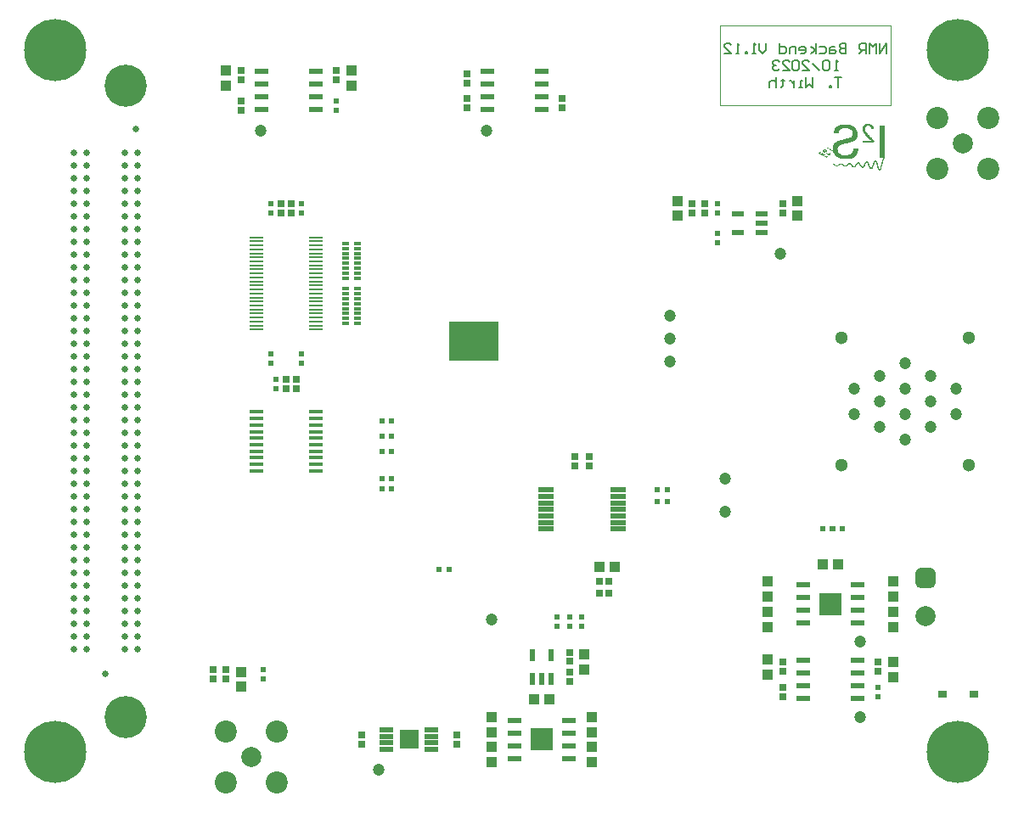
<source format=gbs>
G04*
G04 #@! TF.GenerationSoftware,Altium Limited,Altium Designer,23.11.1 (41)*
G04*
G04 Layer_Color=16711935*
%FSLAX25Y25*%
%MOIN*%
G70*
G04*
G04 #@! TF.SameCoordinates,29EA51B2-5BA9-446F-9376-B5E75E75F833*
G04*
G04*
G04 #@! TF.FilePolarity,Negative*
G04*
G01*
G75*
%ADD15C,0.00787*%
%ADD45R,0.02165X0.02362*%
%ADD47C,0.04724*%
%ADD48R,0.02520X0.02520*%
%ADD51R,0.02362X0.02165*%
%ADD52R,0.02520X0.02520*%
%ADD58R,0.02559X0.01181*%
%ADD59R,0.04134X0.03937*%
%ADD60R,0.03937X0.04134*%
%ADD61R,0.05709X0.02362*%
%ADD63R,0.19685X0.15748*%
%ADD70C,0.24422*%
%ADD71C,0.16548*%
%ADD72C,0.04724*%
%ADD73C,0.05118*%
%ADD74C,0.02500*%
%ADD75C,0.08661*%
%ADD76C,0.07874*%
G04:AMPARAMS|DCode=77|XSize=78.74mil|YSize=78.74mil|CornerRadius=19.68mil|HoleSize=0mil|Usage=FLASHONLY|Rotation=90.000|XOffset=0mil|YOffset=0mil|HoleType=Round|Shape=RoundedRectangle|*
%AMROUNDEDRECTD77*
21,1,0.07874,0.03937,0,0,90.0*
21,1,0.03937,0.07874,0,0,90.0*
1,1,0.03937,0.01968,0.01968*
1,1,0.03937,0.01968,-0.01968*
1,1,0.03937,-0.01968,-0.01968*
1,1,0.03937,-0.01968,0.01968*
%
%ADD77ROUNDEDRECTD77*%
%ADD78C,0.02362*%
%ADD79C,0.00492*%
%ADD88R,0.04724X0.02362*%
%ADD89R,0.09055X0.09055*%
%ADD90R,0.05512X0.00984*%
%ADD91R,0.05709X0.01772*%
%ADD92C,0.02520*%
%ADD93R,0.06496X0.01968*%
%ADD94R,0.02362X0.04724*%
%ADD95R,0.03543X0.03150*%
%ADD96R,0.05315X0.01968*%
%ADD97R,0.07205X0.07205*%
G36*
X339078Y108957D02*
X339273Y108924D01*
X339549Y108876D01*
X339841Y108746D01*
X340069Y108649D01*
X340231Y108551D01*
X340572Y108210D01*
X340604Y108145D01*
X340734Y108015D01*
X340767Y107886D01*
X340848Y107707D01*
X340913Y107545D01*
X340945Y107285D01*
X340994Y106976D01*
X340913Y106895D01*
X339890Y106912D01*
X339858Y107139D01*
X339793Y107528D01*
X339728Y107593D01*
X339695Y107723D01*
X339484Y107934D01*
X339387Y107967D01*
X339257Y108097D01*
X338283Y108129D01*
X338153Y108097D01*
X338023Y107967D01*
X337893Y107934D01*
X337812Y107788D01*
X337650Y107626D01*
X337617Y107496D01*
X337552Y107334D01*
X337504Y107025D01*
X337520Y106717D01*
X337585Y106554D01*
X337617Y106392D01*
X337682Y106230D01*
X337845Y105938D01*
X337974Y105710D01*
X338072Y105613D01*
X338104Y105548D01*
X338202Y105450D01*
X338234Y105386D01*
X338315Y105304D01*
X338380Y105272D01*
X338429Y105191D01*
X338461Y105126D01*
X338559Y105028D01*
X338591Y104964D01*
X338721Y104834D01*
X338802Y104720D01*
X338867Y104688D01*
X338883Y104639D01*
X338997Y104525D01*
X339062Y104493D01*
X339094Y104428D01*
X339159Y104395D01*
X339338Y104217D01*
X339370Y104152D01*
X339468Y104054D01*
X339549Y103941D01*
X339614Y103908D01*
X339922Y103600D01*
X340004Y103486D01*
X340069Y103454D01*
X340345Y103178D01*
X340361Y103162D01*
X340572Y102951D01*
X340604Y102886D01*
X340653Y102837D01*
X340718Y102805D01*
X341042Y102480D01*
X341075Y102350D01*
X341059Y101814D01*
X341091Y101717D01*
X341042Y101571D01*
X336595Y101538D01*
X336465Y101571D01*
X336449Y102009D01*
X336416Y102236D01*
X336465Y102285D01*
X339614Y102318D01*
X339760Y102366D01*
X339793Y102464D01*
X339679Y102545D01*
X339614Y102577D01*
X339565Y102626D01*
X339533Y102691D01*
X339289Y102934D01*
X339224Y102967D01*
X337845Y104347D01*
X337812Y104412D01*
X337650Y104574D01*
X337617Y104639D01*
X337569Y104655D01*
X337520Y104704D01*
X337487Y104769D01*
X337390Y104866D01*
X337358Y104931D01*
X337309Y104980D01*
X337244Y105012D01*
X337195Y105093D01*
X337163Y105158D01*
X337114Y105207D01*
X336838Y105613D01*
X336741Y105775D01*
X336708Y105905D01*
X336611Y106002D01*
X336578Y106132D01*
X336546Y106360D01*
X336513Y106457D01*
X336481Y107074D01*
X336530Y107252D01*
X336578Y107626D01*
X336611Y107756D01*
X336692Y107837D01*
X336773Y108048D01*
X336871Y108145D01*
X336903Y108210D01*
X337114Y108421D01*
X337179Y108454D01*
X337195Y108502D01*
X337374Y108616D01*
X337601Y108746D01*
X337731Y108778D01*
X337780Y108827D01*
X338121Y108908D01*
X338250Y108941D01*
X338348Y108973D01*
X339078Y108957D01*
D02*
G37*
G36*
X323115Y99558D02*
X323148D01*
X323261Y99509D01*
X323294Y99412D01*
X323148Y99331D01*
X323050Y99233D01*
X322855Y99201D01*
X322693Y99266D01*
X322531Y99363D01*
X322482Y99412D01*
X322498Y99525D01*
X322563Y99558D01*
X322693Y99590D01*
X322758Y99655D01*
X322920Y99688D01*
X323115Y99558D01*
D02*
G37*
G36*
X323927Y99103D02*
X323992Y99071D01*
X324008Y99055D01*
X324073Y99022D01*
X324105Y98892D01*
X323927Y98746D01*
X323732Y98714D01*
X323505Y98779D01*
X323359Y98957D01*
X323407Y99038D01*
X323635Y99168D01*
X323699Y99201D01*
X323927Y99103D01*
D02*
G37*
G36*
X330978Y108713D02*
X331108Y108681D01*
X331270Y108584D01*
X331627Y108551D01*
X331757Y108519D01*
X331822Y108454D01*
X331952Y108421D01*
X332163Y108340D01*
X332471Y108226D01*
X332569Y108129D01*
X332731Y108097D01*
X332861Y107967D01*
X332958Y107934D01*
X333169Y107788D01*
X333348Y107642D01*
X333413Y107610D01*
X333429Y107561D01*
X333478Y107512D01*
X333543Y107480D01*
X333591Y107431D01*
X333624Y107366D01*
X333721Y107301D01*
X333754Y107236D01*
X333803Y107187D01*
X333867Y107155D01*
X333916Y107041D01*
X334014Y106944D01*
X334046Y106879D01*
X334176Y106684D01*
X334208Y106619D01*
X334241Y106490D01*
X334338Y106392D01*
X334371Y106230D01*
X334436Y106002D01*
X334484Y105954D01*
X334517Y105824D01*
X334565Y105386D01*
X334598Y105061D01*
X334533Y104184D01*
X334403Y103892D01*
X334371Y103632D01*
X334273Y103535D01*
X334241Y103470D01*
X334176Y103308D01*
X334111Y103243D01*
X334079Y103178D01*
X333916Y102951D01*
X333884Y102886D01*
X333705Y102707D01*
X333640Y102675D01*
X333591Y102626D01*
X333413Y102480D01*
X333186Y102350D01*
X333121Y102285D01*
X332958Y102188D01*
X332828Y102155D01*
X332764Y102090D01*
X332439Y101960D01*
X332325Y101912D01*
X332114Y101863D01*
X332017Y101766D01*
X331660Y101733D01*
X331465Y101603D01*
X330978Y101538D01*
X330751Y101441D01*
X330491Y101409D01*
X330215Y101327D01*
X329907Y101279D01*
X329647Y101214D01*
X329582Y101149D01*
X329322Y101116D01*
X329095Y101084D01*
X328884Y100970D01*
X328608Y100921D01*
X328429Y100840D01*
X328251Y100792D01*
X327958Y100662D01*
X327731Y100597D01*
X327650Y100516D01*
X327439Y100435D01*
X327342Y100337D01*
X327277Y100305D01*
X327098Y100126D01*
X327066Y100061D01*
X327001Y99996D01*
X326903Y99834D01*
X326838Y99607D01*
X326774Y99542D01*
X326741Y99282D01*
X326709Y99185D01*
X326741Y98470D01*
X326871Y98275D01*
X326903Y98113D01*
X326936Y97983D01*
X326985Y97967D01*
X327098Y97756D01*
X327196Y97594D01*
X327407Y97383D01*
X327471Y97350D01*
X327520Y97301D01*
X327699Y97155D01*
X327764Y97123D01*
X327812Y97074D01*
X328023Y96993D01*
X328088Y96928D01*
X328251Y96863D01*
X328624Y96750D01*
X329030Y96701D01*
X329127Y96668D01*
X330264Y96636D01*
X330361Y96668D01*
X330913Y96733D01*
X331043Y96766D01*
X331400Y96863D01*
X331530Y96896D01*
X331627Y96993D01*
X331822Y97026D01*
X331919Y97123D01*
X332147Y97253D01*
X332179Y97318D01*
X332293Y97399D01*
X332325Y97464D01*
X332488Y97626D01*
X332520Y97756D01*
X332650Y97886D01*
X332682Y97983D01*
X332715Y98113D01*
X332812Y98340D01*
X332845Y98470D01*
X332893Y98909D01*
X332877Y99120D01*
X332958Y99201D01*
X334793Y99185D01*
X334825Y99055D01*
X334793Y98957D01*
X334825Y98892D01*
X334809Y98844D01*
X334744Y98422D01*
X334712Y98259D01*
X334647Y97870D01*
X334582Y97707D01*
X334533Y97496D01*
X334419Y97285D01*
X334371Y97107D01*
X334257Y96993D01*
X334176Y96782D01*
X334127Y96766D01*
X334079Y96685D01*
X334046Y96620D01*
X333916Y96490D01*
X333884Y96425D01*
X333835Y96409D01*
X333786Y96360D01*
X333754Y96295D01*
X333640Y96181D01*
X333575Y96149D01*
X333445Y96019D01*
X333380Y95986D01*
X333251Y95857D01*
X333186Y95824D01*
X333023Y95759D01*
X332910Y95678D01*
X332699Y95597D01*
X332634Y95532D01*
X332406Y95499D01*
X332212Y95370D01*
X331855Y95337D01*
X331627Y95240D01*
X331497Y95207D01*
X331400Y95175D01*
X329777Y95142D01*
X328770Y95175D01*
X328543Y95207D01*
X328316Y95305D01*
X327991Y95337D01*
X327861Y95370D01*
X327569Y95499D01*
X327439Y95532D01*
X327260Y95613D01*
X327049Y95694D01*
X327001Y95743D01*
X326790Y95824D01*
X326692Y95922D01*
X326530Y95986D01*
X326432Y96084D01*
X326368Y96116D01*
X326303Y96181D01*
X326238Y96214D01*
X326075Y96376D01*
X326010Y96409D01*
X325734Y96685D01*
X325702Y96750D01*
X325540Y96912D01*
X325507Y96977D01*
X325410Y97139D01*
X325377Y97204D01*
X325248Y97399D01*
X325215Y97496D01*
X325183Y97626D01*
X325053Y97756D01*
X325020Y98016D01*
X324988Y98146D01*
X324923Y98308D01*
X324913Y98337D01*
X324901Y98324D01*
X324836Y98292D01*
X324609Y98194D01*
X324463Y98243D01*
X324268Y98340D01*
X324235Y98535D01*
X324349Y98584D01*
X324544Y98714D01*
X324674Y98681D01*
X324739Y98616D01*
X324883Y98558D01*
X324858Y99087D01*
X324890Y99899D01*
X324923Y100029D01*
X325004Y100207D01*
X325037Y100467D01*
X325069Y100597D01*
X325134Y100629D01*
X325183Y100678D01*
X325215Y100873D01*
X325280Y100938D01*
X325377Y101100D01*
X325442Y101165D01*
X325475Y101230D01*
X325605Y101360D01*
X325637Y101425D01*
X325718Y101506D01*
X325783Y101538D01*
X325881Y101636D01*
X326043Y101733D01*
X326140Y101830D01*
X326562Y102058D01*
X326676Y102139D01*
X326887Y102188D01*
X327017Y102318D01*
X327244Y102350D01*
X327536Y102480D01*
X327666Y102512D01*
X327942Y102594D01*
X328186Y102642D01*
X328462Y102756D01*
X328868Y102805D01*
X328997Y102837D01*
X329160Y102934D01*
X329484Y102967D01*
X329614Y102999D01*
X329777Y103064D01*
X329971Y103097D01*
X330231Y103162D01*
X330394Y103227D01*
X330686Y103259D01*
X330816Y103291D01*
X330913Y103389D01*
X331205Y103421D01*
X331335Y103454D01*
X331432Y103551D01*
X331562Y103584D01*
X331919Y103746D01*
X332147Y103876D01*
X332195Y103925D01*
X332228Y103990D01*
X332358Y104119D01*
X332390Y104184D01*
X332488Y104282D01*
X332520Y104412D01*
X332585Y104574D01*
X332650Y104639D01*
X332682Y105613D01*
X332553Y105808D01*
X332520Y105938D01*
X332455Y106100D01*
X332358Y106262D01*
X332228Y106392D01*
X332195Y106457D01*
X332147Y106506D01*
X332082Y106538D01*
X331984Y106636D01*
X331822Y106733D01*
X331708Y106847D01*
X331530Y106895D01*
X331449Y106976D01*
X331286Y107041D01*
X331124Y107074D01*
X330962Y107139D01*
X330832Y107171D01*
X330426Y107220D01*
X330328Y107252D01*
X329241Y107236D01*
X328835Y107187D01*
X328705Y107155D01*
X328559Y107106D01*
X328380Y107058D01*
X328153Y106993D01*
X328072Y106912D01*
X327894Y106863D01*
X327845Y106814D01*
X327812Y106749D01*
X327764Y106733D01*
X327390Y106360D01*
X327358Y106262D01*
X327228Y106067D01*
X327196Y105938D01*
Y105905D01*
X327131Y105775D01*
X327098Y105483D01*
X327049Y105337D01*
X325361Y105304D01*
X325231Y105337D01*
X325199Y105402D01*
X325231Y105921D01*
X325264Y106084D01*
X325345Y106295D01*
X325377Y106424D01*
X325426Y106571D01*
X325540Y106879D01*
X325605Y106944D01*
X325637Y107009D01*
X325702Y107171D01*
X325767Y107236D01*
X325881Y107415D01*
X325946Y107447D01*
X325962Y107496D01*
X326173Y107707D01*
X326238Y107739D01*
X326368Y107869D01*
X326546Y107983D01*
X326579Y108048D01*
X326822Y108161D01*
X327244Y108389D01*
X327471Y108454D01*
X327536Y108519D01*
X327731Y108551D01*
X327958Y108584D01*
X328251Y108713D01*
X330264Y108746D01*
X330978Y108713D01*
D02*
G37*
G36*
X321849Y99038D02*
X321914Y98974D01*
X322044Y98941D01*
X322174Y98811D01*
X322238Y98779D01*
X322287Y98730D01*
X322320Y98665D01*
X322368Y98616D01*
X322433Y98584D01*
X322498Y98519D01*
X322661Y98454D01*
X322742Y98373D01*
X322709Y98243D01*
X322661Y98194D01*
X322368Y98032D01*
X321946Y97805D01*
X321849Y97707D01*
X321687Y97675D01*
X321622Y97740D01*
X321265Y97935D01*
X321070Y98064D01*
X320907Y98129D01*
X320843Y98194D01*
X320826Y98211D01*
X320631Y98308D01*
X320599Y98405D01*
X320810Y98519D01*
X320875Y98584D01*
X321005Y98616D01*
X321135Y98746D01*
X321297Y98779D01*
X321362Y98844D01*
X321524Y98941D01*
X321719Y99071D01*
X321849Y99038D01*
D02*
G37*
G36*
X320031Y97935D02*
X320079Y97886D01*
X320242Y97821D01*
X320274Y97691D01*
X320193Y97610D01*
X320128Y97577D01*
X320079Y97529D01*
X319917Y97464D01*
X319885Y97366D01*
X319933Y97350D01*
X319950Y97334D01*
X319966Y97318D01*
X320193Y97188D01*
X320258Y97123D01*
X320356Y97090D01*
X320372Y97269D01*
X320420Y97318D01*
X320583Y97383D01*
X320648Y97448D01*
X320843Y97480D01*
X320924Y97399D01*
X321086Y97334D01*
X321118Y97269D01*
X321086Y97139D01*
X320940Y97026D01*
X320648Y96993D01*
X320599Y96944D01*
X320615Y96928D01*
X320778Y96863D01*
X320843Y96798D01*
X320907Y96766D01*
X321135Y96603D01*
X321151Y96620D01*
X321248Y96782D01*
X321297Y96831D01*
X321459Y96896D01*
X321573Y97009D01*
X321654Y96993D01*
X321751Y96896D01*
X321881Y96863D01*
X321963Y96782D01*
X321995Y96652D01*
X321946Y96603D01*
X321784Y96571D01*
X321703Y96490D01*
X321638Y96327D01*
X321979Y96149D01*
X322060Y96198D01*
X322093Y96263D01*
X322271Y96409D01*
X322466Y96441D01*
X322693Y96409D01*
X322872Y96230D01*
X322855Y96149D01*
X322791Y96116D01*
X322628Y96052D01*
X322531Y95954D01*
X322466Y95922D01*
X322450Y95840D01*
X322498Y95792D01*
X322628Y95759D01*
X322677Y95711D01*
X322709Y95483D01*
X322661Y95435D01*
X322612Y95483D01*
X322401Y95565D01*
X322336Y95629D01*
X322174Y95694D01*
X322076Y95792D01*
X321914Y95824D01*
X321784Y95954D01*
X321719Y95986D01*
X321589Y96019D01*
X321492Y96116D01*
X321394Y96149D01*
X321313Y96230D01*
X321102Y96311D01*
X321005Y96409D01*
X320940Y96441D01*
X320810Y96473D01*
X320696Y96587D01*
X320485Y96668D01*
X320420Y96733D01*
X320356Y96766D01*
X320193Y96863D01*
X320031Y96928D01*
X319901Y97058D01*
X319739Y97090D01*
X319609Y97220D01*
X319479Y97253D01*
X319381Y97350D01*
X319252Y97383D01*
X319170Y97496D01*
X319187Y97577D01*
X319219Y97707D01*
X319317Y97675D01*
X319446Y97642D01*
X319511Y97545D01*
X319592Y97561D01*
X319495Y97659D01*
X319511Y97805D01*
X319576Y97837D01*
X319706Y97870D01*
X319771Y97935D01*
X319901Y97967D01*
X320031Y97935D01*
D02*
G37*
G36*
X323927Y97967D02*
X323975Y97918D01*
X324008Y97853D01*
X324040Y97724D01*
X324122Y97642D01*
X324349Y97707D01*
X324479Y97675D01*
X324560Y97594D01*
X324657Y97431D01*
X324625Y97301D01*
X324414Y97188D01*
X324219Y97253D01*
X324089Y97220D01*
X324073Y97269D01*
X324381Y97318D01*
X324430Y97366D01*
X324463Y97431D01*
X324414Y97480D01*
X324349Y97513D01*
X324219Y97545D01*
X323992Y97513D01*
X323829Y97448D01*
X323813Y97399D01*
X323878Y97237D01*
X323975Y97204D01*
X324008Y97139D01*
X323878Y97009D01*
X323846Y96912D01*
X323781Y96847D01*
X323764Y96831D01*
X323683Y96750D01*
X323261Y96717D01*
X323083Y96733D01*
X323034Y96782D01*
X322937Y96944D01*
X322888Y96993D01*
X322531Y97026D01*
X322482Y97074D01*
X322450Y97139D01*
X322320Y97237D01*
X322287Y97399D01*
X322368Y97480D01*
X322498Y97513D01*
X322628Y97642D01*
X323050Y97675D01*
X323066Y97724D01*
X323099Y97853D01*
X323277Y98000D01*
X323342Y98032D01*
X323407Y98097D01*
X323570Y98129D01*
X323927Y97967D01*
D02*
G37*
G36*
X345085Y108373D02*
X345117Y95873D01*
X345085Y95353D01*
X345020Y95191D01*
X344922Y95029D01*
X344857Y94964D01*
X344792Y94704D01*
X344711Y94623D01*
X344663Y94444D01*
X344630Y94120D01*
X344533Y94022D01*
X344484Y93714D01*
X344435Y93470D01*
X344370Y93308D01*
X344338Y93048D01*
X344257Y92870D01*
X344208Y92561D01*
X344176Y92334D01*
X344143Y92237D01*
X344062Y92123D01*
X344013Y91750D01*
X343981Y91620D01*
X343916Y91555D01*
X343883Y91360D01*
X343770Y91149D01*
X343721Y90970D01*
X343640Y90889D01*
X343510Y90694D01*
X343088Y90662D01*
X342958Y90694D01*
X342942Y90743D01*
X342877Y90776D01*
X342650Y91068D01*
Y91100D01*
X342552Y91263D01*
X342455Y91652D01*
X342357Y91750D01*
X342325Y92107D01*
X342211Y92318D01*
X342163Y92626D01*
X342081Y92837D01*
X342033Y93081D01*
X341903Y93373D01*
X341870Y93633D01*
X341838Y93763D01*
X341741Y93860D01*
X341708Y94022D01*
X341676Y94152D01*
X341595Y94233D01*
X341465Y94266D01*
X341383Y94120D01*
X341318Y93957D01*
X341254Y93892D01*
X341221Y93698D01*
X341189Y93568D01*
X341140Y93519D01*
X341075Y93357D01*
X341026Y93081D01*
X340961Y93016D01*
X340929Y92886D01*
X340864Y92659D01*
X340799Y92594D01*
X340767Y92269D01*
X340637Y92139D01*
X340604Y91944D01*
X340572Y91815D01*
X340474Y91717D01*
X340409Y91555D01*
X340166Y91311D01*
X339679Y91279D01*
X339549Y91311D01*
X339338Y91522D01*
X339208Y91750D01*
X339111Y91847D01*
X339078Y92042D01*
X338948Y92237D01*
X338883Y92496D01*
X338802Y92642D01*
X338705Y92902D01*
X338591Y93211D01*
X338494Y93373D01*
X338461Y93470D01*
X338429Y93600D01*
X338348Y93649D01*
X338250Y93844D01*
X338153Y93876D01*
X338039Y93763D01*
X337910Y93535D01*
X337812Y93373D01*
X337763Y93194D01*
X337699Y93162D01*
X337650Y93048D01*
X337487Y92691D01*
X337455Y92561D01*
X337406Y92513D01*
X337325Y92302D01*
X337195Y92172D01*
X337163Y92042D01*
X337000Y91879D01*
X336968Y91815D01*
X336789Y91733D01*
X336692Y91701D01*
X336465Y91668D01*
X336238Y91733D01*
X336108Y91766D01*
X336043Y91831D01*
X335880Y92026D01*
X335734Y92204D01*
X335604Y92431D01*
X335572Y92496D01*
X335523Y92545D01*
X335442Y92756D01*
X335361Y92837D01*
X335280Y93048D01*
X335215Y93113D01*
X335182Y93178D01*
X335020Y93405D01*
X334841Y93551D01*
X334744Y93584D01*
X334468Y93211D01*
X334371Y93048D01*
X334241Y92918D01*
X334208Y92789D01*
X334143Y92724D01*
X334046Y92561D01*
X333949Y92464D01*
X333916Y92399D01*
X333608Y92090D01*
X333478Y92058D01*
X333380Y91961D01*
X333088Y91928D01*
X332958Y91961D01*
X332796Y92058D01*
X332666Y92090D01*
X332374Y92383D01*
X332228Y92561D01*
X332195Y92626D01*
X332066Y92756D01*
X332033Y92821D01*
X331936Y92918D01*
X331903Y92983D01*
X331595Y93292D01*
X331432Y93324D01*
X331303Y93292D01*
X331124Y93113D01*
X331091Y93048D01*
X330994Y92983D01*
X330962Y92918D01*
X330880Y92837D01*
X330816Y92805D01*
X330799Y92756D01*
X330491Y92448D01*
X330264Y92318D01*
X330150Y92237D01*
X329955Y92204D01*
X329825Y92172D01*
X329517Y92220D01*
X329290Y92318D01*
X329127Y92383D01*
X329062Y92480D01*
X328997Y92513D01*
X328868Y92642D01*
X328803Y92675D01*
X328543Y92935D01*
X328380Y93032D01*
X328283Y93129D01*
X328023Y93162D01*
X327894Y93129D01*
X327845Y93081D01*
X327212Y92610D01*
X326985Y92480D01*
X326920Y92415D01*
X326725Y92383D01*
X326627Y92350D01*
X325946Y92383D01*
X325816Y92513D01*
X325686Y92545D01*
X325459Y92707D01*
X325231Y92837D01*
X325166Y92902D01*
X325053Y92983D01*
X324842Y93032D01*
X324761Y93113D01*
X324809Y93259D01*
X325069Y93292D01*
X325231Y93227D01*
X325280Y93178D01*
X325491Y93129D01*
X325556Y93064D01*
X325783Y92935D01*
X326010Y92772D01*
X326303Y92610D01*
X326465Y92577D01*
X326757Y92707D01*
X326822Y92772D01*
X326887Y92805D01*
X326952Y92870D01*
X327114Y92967D01*
X327277Y93129D01*
X327342Y93162D01*
X327536Y93292D01*
X327666Y93324D01*
X327731Y93389D01*
X328348Y93422D01*
X328575Y93324D01*
X328705Y93292D01*
X328803Y93194D01*
X328868Y93162D01*
X329030Y93000D01*
X329095Y92967D01*
X329355Y92707D01*
X329419Y92675D01*
X329484Y92610D01*
X329777Y92448D01*
X330004Y92545D01*
X330475Y93016D01*
X330507Y93081D01*
X330718Y93292D01*
X330783Y93324D01*
X330848Y93389D01*
X331010Y93487D01*
X331108Y93584D01*
X331595Y93616D01*
X331822Y93584D01*
X331887Y93519D01*
X332049Y93422D01*
X332293Y93178D01*
X332325Y93113D01*
X332423Y93016D01*
X332520Y92853D01*
X332585Y92821D01*
X332699Y92642D01*
X332845Y92464D01*
X333023Y92318D01*
X333218Y92285D01*
X333462Y92529D01*
X333494Y92594D01*
X333559Y92659D01*
X333591Y92756D01*
X333721Y92886D01*
X333803Y93097D01*
X333867Y93129D01*
X333949Y93276D01*
X334014Y93340D01*
X334046Y93405D01*
X334387Y93746D01*
X334452Y93779D01*
X334614Y93844D01*
X334939Y93876D01*
X335101Y93811D01*
X335231Y93779D01*
X335361Y93649D01*
X335507Y93470D01*
X335669Y93243D01*
X335832Y92951D01*
X335897Y92886D01*
X335929Y92724D01*
X335978Y92675D01*
X336043Y92642D01*
X336091Y92529D01*
X336156Y92366D01*
X336400Y92026D01*
X336530Y91993D01*
X336643Y92107D01*
X336773Y92334D01*
X337033Y92821D01*
X337065Y92951D01*
X337163Y93048D01*
X337195Y93178D01*
X337260Y93340D01*
X337520Y93827D01*
X337585Y93892D01*
X337666Y94006D01*
X337780Y94087D01*
X337861Y94201D01*
X338315Y94233D01*
X338445Y94201D01*
X338543Y94103D01*
X338608Y94071D01*
X338754Y93892D01*
X338786Y93827D01*
X338867Y93746D01*
X338916Y93535D01*
X339013Y93438D01*
X339078Y93276D01*
X339111Y93146D01*
X339159Y93097D01*
X339208Y92918D01*
X339322Y92707D01*
X339370Y92431D01*
X339468Y92334D01*
X339500Y92269D01*
X339533Y92139D01*
X339565Y92042D01*
X339663Y91879D01*
X339728Y91717D01*
X339906Y91636D01*
X339955Y91685D01*
X339987Y91782D01*
X340052Y91944D01*
X340134Y92058D01*
X340182Y92237D01*
X340215Y92366D01*
X340280Y92431D01*
X340345Y92691D01*
X340442Y92918D01*
X340474Y93113D01*
X340507Y93243D01*
X340604Y93340D01*
X340637Y93698D01*
X340767Y93827D01*
X340799Y94022D01*
X340864Y94185D01*
X340994Y94412D01*
X341237Y94655D01*
X341757Y94688D01*
X341968Y94542D01*
X342163Y94185D01*
X342195Y94087D01*
X342276Y93974D01*
X342325Y93665D01*
X342455Y93470D01*
X342487Y93178D01*
X342601Y92902D01*
X342633Y92772D01*
X342666Y92577D01*
X342731Y92415D01*
X342779Y92172D01*
X342844Y91944D01*
X342909Y91879D01*
X342942Y91620D01*
X342974Y91490D01*
X343072Y91392D01*
X343104Y91198D01*
X343169Y91133D01*
X343250Y91149D01*
X343331Y91328D01*
X343396Y91392D01*
X343429Y91685D01*
X343461Y91815D01*
X343559Y91912D01*
X343624Y92399D01*
X343656Y92529D01*
X343705Y92577D01*
X343754Y92821D01*
X343818Y93081D01*
X343851Y93178D01*
X343883Y93438D01*
X343948Y93698D01*
X343997Y93746D01*
X344046Y93990D01*
X344078Y94314D01*
X344176Y94412D01*
X344208Y94639D01*
X344305Y94866D01*
X344338Y94931D01*
X344435Y95159D01*
X344468Y95224D01*
X344516Y95272D01*
X344581Y95305D01*
X344630Y95353D01*
X344663Y95418D01*
X344614Y95467D01*
X343348Y95499D01*
X343299Y95548D01*
X343315Y108389D01*
X344938Y108421D01*
X345085Y108373D01*
D02*
G37*
%LPC*%
G36*
X321751Y98519D02*
X321589Y98454D01*
X321540Y98405D01*
X321524Y98389D01*
X321508Y98373D01*
X321687Y98259D01*
X321784Y98227D01*
X321833Y98275D01*
X321963Y98308D01*
X321995Y98405D01*
X321751Y98519D01*
D02*
G37*
G36*
X321394Y96539D02*
X321346Y96490D01*
Y96457D01*
X321362Y96441D01*
X321427Y96409D01*
X321476Y96457D01*
X321459Y96506D01*
X321394Y96539D01*
D02*
G37*
G36*
X322238Y96052D02*
X322157Y96035D01*
X322174Y95954D01*
X322255Y95970D01*
X322271Y95986D01*
X322287Y96003D01*
X322238Y96052D01*
D02*
G37*
G36*
X323537Y97967D02*
X323375Y97902D01*
X323310Y97870D01*
X323261Y97821D01*
X323229Y97756D01*
X323180Y97707D01*
X323083Y97675D01*
X323066Y97626D01*
Y97594D01*
X323050Y97513D01*
X322563Y97480D01*
X322482Y97334D01*
X322498Y97253D01*
X322855Y97220D01*
X322985Y97253D01*
X323050Y97318D01*
X323083Y97480D01*
X323213Y97513D01*
X323261Y97626D01*
X323326Y97659D01*
X323570Y97707D01*
X323667Y97675D01*
X323797Y97707D01*
X323813Y97788D01*
X323667Y97935D01*
X323537Y97967D01*
D02*
G37*
G36*
X323586Y97496D02*
X323277Y97480D01*
X323229Y97301D01*
X323277Y97253D01*
X323375Y97220D01*
X323472Y97253D01*
X323570Y97220D01*
X323683Y97334D01*
X323699Y97350D01*
X323748Y97399D01*
X323716Y97464D01*
X323586Y97496D01*
D02*
G37*
G36*
X323602Y97188D02*
X323488Y97074D01*
X323131Y97042D01*
X323099Y96912D01*
X323196Y96879D01*
X323375Y96831D01*
X323472Y96863D01*
X323602D01*
X323748Y97074D01*
X323732Y97155D01*
X323602Y97188D01*
D02*
G37*
%LPD*%
D15*
X345790Y136535D02*
Y140470D01*
X343166Y136535D01*
Y140470D01*
X341855Y136535D02*
Y140470D01*
X340543Y139158D01*
X339231Y140470D01*
Y136535D01*
X337919D02*
Y140470D01*
X335951D01*
X335295Y139814D01*
Y138502D01*
X335951Y137847D01*
X337919D01*
X336607D02*
X335295Y136535D01*
X330047Y140470D02*
Y136535D01*
X328079D01*
X327424Y137190D01*
Y137847D01*
X328079Y138502D01*
X330047D01*
X328079D01*
X327424Y139158D01*
Y139814D01*
X328079Y140470D01*
X330047D01*
X325456Y139158D02*
X324144D01*
X323488Y138502D01*
Y136535D01*
X325456D01*
X326112Y137190D01*
X325456Y137847D01*
X323488D01*
X319552Y139158D02*
X321520D01*
X322176Y138502D01*
Y137190D01*
X321520Y136535D01*
X319552D01*
X318240D02*
Y140470D01*
Y137847D02*
X316272Y139158D01*
X318240Y137847D02*
X316272Y136535D01*
X312336D02*
X313648D01*
X314304Y137190D01*
Y138502D01*
X313648Y139158D01*
X312336D01*
X311681Y138502D01*
Y137847D01*
X314304D01*
X310369Y136535D02*
Y139158D01*
X308401D01*
X307745Y138502D01*
Y136535D01*
X303809Y140470D02*
Y136535D01*
X305777D01*
X306433Y137190D01*
Y138502D01*
X305777Y139158D01*
X303809D01*
X298561Y140470D02*
Y137847D01*
X297250Y136535D01*
X295938Y137847D01*
Y140470D01*
X294626Y136535D02*
X293314D01*
X293970D01*
Y140470D01*
X294626Y139814D01*
X291346Y136535D02*
Y137190D01*
X290690D01*
Y136535D01*
X291346D01*
X288066D02*
X286754D01*
X287410D01*
Y140470D01*
X288066Y139814D01*
X282162Y136535D02*
X284786D01*
X282162Y139158D01*
Y139814D01*
X282818Y140470D01*
X284130D01*
X284786Y139814D01*
X326767Y129922D02*
X325456D01*
X326112D01*
Y133858D01*
X326767Y133202D01*
X323488D02*
X322832Y133858D01*
X321520D01*
X320864Y133202D01*
Y130578D01*
X321520Y129922D01*
X322832D01*
X323488Y130578D01*
Y133202D01*
X319552Y129922D02*
X316928Y132546D01*
X312992Y129922D02*
X315616D01*
X312992Y132546D01*
Y133202D01*
X313648Y133858D01*
X314960D01*
X315616Y133202D01*
X311681D02*
X311025Y133858D01*
X309713D01*
X309057Y133202D01*
Y130578D01*
X309713Y129922D01*
X311025D01*
X311681Y130578D01*
Y133202D01*
X305121Y129922D02*
X307745D01*
X305121Y132546D01*
Y133202D01*
X305777Y133858D01*
X307089D01*
X307745Y133202D01*
X303809D02*
X303153Y133858D01*
X301841D01*
X301185Y133202D01*
Y132546D01*
X301841Y131890D01*
X302497D01*
X301841D01*
X301185Y131234D01*
Y130578D01*
X301841Y129922D01*
X303153D01*
X303809Y130578D01*
X328079Y127245D02*
X325456D01*
X326767D01*
Y123309D01*
X324144D02*
Y123965D01*
X323488D01*
Y123309D01*
X324144D01*
X316928Y127245D02*
Y123309D01*
X315616Y124621D01*
X314304Y123309D01*
Y127245D01*
X312992Y123309D02*
X311681D01*
X312336D01*
Y125933D01*
X312992D01*
X309713D02*
Y123309D01*
Y124621D01*
X309057Y125277D01*
X308401Y125933D01*
X307745D01*
X305121Y126589D02*
Y125933D01*
X305777D01*
X304465D01*
X305121D01*
Y123965D01*
X304465Y123309D01*
X302497Y127245D02*
Y123309D01*
Y125277D01*
X301841Y125933D01*
X300529D01*
X299873Y125277D01*
Y123309D01*
D45*
X256004Y-34843D02*
D03*
X259744D02*
D03*
X256004Y-39370D02*
D03*
X259744D02*
D03*
X147736Y-7874D02*
D03*
X151476D02*
D03*
X147736Y-19685D02*
D03*
X151476D02*
D03*
X147736Y-13780D02*
D03*
X151476D02*
D03*
X147736Y-30512D02*
D03*
X151476D02*
D03*
X147736Y-34449D02*
D03*
X151476D02*
D03*
X328543Y-50197D02*
D03*
X324803D02*
D03*
X170374Y-65945D02*
D03*
X174114D02*
D03*
X320965Y-50197D02*
D03*
X324705D02*
D03*
D47*
X100394Y106299D02*
D03*
X188976D02*
D03*
X190945Y-85630D02*
D03*
X146653Y-144685D02*
D03*
X282480Y-30512D02*
D03*
Y-43307D02*
D03*
X335630Y-94488D02*
D03*
Y-124016D02*
D03*
X304134Y58071D02*
D03*
X260827Y33465D02*
D03*
Y24606D02*
D03*
Y15748D02*
D03*
D48*
X233228Y-70669D02*
D03*
X236850D02*
D03*
X233228Y-75394D02*
D03*
X236850D02*
D03*
D51*
X104331Y73917D02*
D03*
Y77658D02*
D03*
X116142Y14862D02*
D03*
Y18602D02*
D03*
X104331D02*
D03*
Y14862D02*
D03*
X116142Y77658D02*
D03*
Y73917D02*
D03*
X101378Y-109154D02*
D03*
Y-105413D02*
D03*
X279528Y62106D02*
D03*
Y65847D02*
D03*
X279528Y77658D02*
D03*
Y73917D02*
D03*
X221457Y-88484D02*
D03*
Y-84744D02*
D03*
X226378Y-88484D02*
D03*
Y-84744D02*
D03*
X216535Y-88484D02*
D03*
Y-84744D02*
D03*
X129921Y118012D02*
D03*
X342520Y-112303D02*
D03*
Y-116043D02*
D03*
X106299Y5020D02*
D03*
Y8760D02*
D03*
X129921Y114272D02*
D03*
D52*
X81693Y-109095D02*
D03*
Y-105473D02*
D03*
X86614Y-109095D02*
D03*
Y-105473D02*
D03*
X305118Y77598D02*
D03*
Y73976D02*
D03*
X274606Y77598D02*
D03*
Y73976D02*
D03*
X269685D02*
D03*
Y77598D02*
D03*
X181102Y125000D02*
D03*
Y128622D02*
D03*
X114173Y5079D02*
D03*
X112205Y73976D02*
D03*
X218504Y118937D02*
D03*
Y115315D02*
D03*
X92520Y114331D02*
D03*
X305118Y-115984D02*
D03*
X221457Y-98583D02*
D03*
X305118Y-112362D02*
D03*
Y-106142D02*
D03*
Y-102520D02*
D03*
X342520Y-106142D02*
D03*
Y-102520D02*
D03*
X92520Y117953D02*
D03*
X177165Y-134685D02*
D03*
Y-131063D02*
D03*
X139764Y-134685D02*
D03*
Y-131063D02*
D03*
X129921Y129764D02*
D03*
Y126142D02*
D03*
X92520Y129764D02*
D03*
Y126142D02*
D03*
X181102Y115315D02*
D03*
Y118937D02*
D03*
X221457Y-102205D02*
D03*
Y-110079D02*
D03*
Y-106457D02*
D03*
X223425Y-25433D02*
D03*
Y-21811D02*
D03*
X229331Y-25433D02*
D03*
Y-21811D02*
D03*
X112205Y77598D02*
D03*
X108268Y73976D02*
D03*
Y77598D02*
D03*
X114173Y8701D02*
D03*
X110236Y5079D02*
D03*
Y8701D02*
D03*
D58*
X133563Y48228D02*
D03*
Y50197D02*
D03*
Y52165D02*
D03*
Y54134D02*
D03*
Y56102D02*
D03*
Y58071D02*
D03*
Y60039D02*
D03*
Y62008D02*
D03*
X138091D02*
D03*
Y60039D02*
D03*
Y58071D02*
D03*
Y56102D02*
D03*
Y54134D02*
D03*
Y52165D02*
D03*
Y50197D02*
D03*
Y48228D02*
D03*
X133563Y30512D02*
D03*
Y32480D02*
D03*
Y34449D02*
D03*
Y36417D02*
D03*
Y38386D02*
D03*
Y40354D02*
D03*
Y42323D02*
D03*
Y44291D02*
D03*
X138091D02*
D03*
Y42323D02*
D03*
Y40354D02*
D03*
Y38386D02*
D03*
Y36417D02*
D03*
Y34449D02*
D03*
Y32480D02*
D03*
Y30512D02*
D03*
D59*
X239173Y-65158D02*
D03*
X233268D02*
D03*
X213583Y-117126D02*
D03*
X207677D02*
D03*
X320866Y-63976D02*
D03*
X326772D02*
D03*
D60*
X92520Y-112205D02*
D03*
Y-106299D02*
D03*
X311024Y72835D02*
D03*
Y78740D02*
D03*
X263779Y78740D02*
D03*
Y72835D02*
D03*
X190945Y-135827D02*
D03*
Y-141732D02*
D03*
Y-129921D02*
D03*
Y-124016D02*
D03*
X230315Y-129921D02*
D03*
Y-124016D02*
D03*
Y-135827D02*
D03*
Y-141732D02*
D03*
X227362Y-99410D02*
D03*
X299213Y-101378D02*
D03*
Y-107283D02*
D03*
X348425Y-102362D02*
D03*
Y-108268D02*
D03*
Y-70866D02*
D03*
Y-76772D02*
D03*
X299213Y-88583D02*
D03*
Y-82677D02*
D03*
X348425Y-88583D02*
D03*
Y-82677D02*
D03*
X299213Y-70866D02*
D03*
Y-76772D02*
D03*
X135827Y124016D02*
D03*
Y129921D02*
D03*
X86614Y124016D02*
D03*
Y129921D02*
D03*
X227362Y-105315D02*
D03*
D61*
X199902Y-140374D02*
D03*
Y-135374D02*
D03*
Y-130374D02*
D03*
Y-125374D02*
D03*
X221358Y-140374D02*
D03*
Y-135374D02*
D03*
Y-130374D02*
D03*
Y-125374D02*
D03*
X313091Y-87224D02*
D03*
Y-82224D02*
D03*
Y-77224D02*
D03*
Y-72224D02*
D03*
X334547Y-87224D02*
D03*
Y-82224D02*
D03*
Y-77224D02*
D03*
Y-72224D02*
D03*
X210531Y124547D02*
D03*
Y114547D02*
D03*
X100492D02*
D03*
X313090Y-116752D02*
D03*
X121949Y119547D02*
D03*
X334547Y-111752D02*
D03*
X313090D02*
D03*
Y-106752D02*
D03*
Y-101752D02*
D03*
X334547Y-116752D02*
D03*
Y-106752D02*
D03*
Y-101752D02*
D03*
X121949Y129547D02*
D03*
Y124547D02*
D03*
Y114547D02*
D03*
X100492Y129547D02*
D03*
Y124547D02*
D03*
Y119547D02*
D03*
X189075Y114547D02*
D03*
Y119547D02*
D03*
Y124547D02*
D03*
Y129547D02*
D03*
X210531Y119547D02*
D03*
Y129547D02*
D03*
D63*
X184055Y23622D02*
D03*
D70*
X374016Y137795D02*
D03*
X19685Y137795D02*
D03*
X374016Y-137795D02*
D03*
X19685D02*
D03*
D71*
X47244Y-124012D02*
D03*
X47244Y124020D02*
D03*
D72*
X333150Y-5000D02*
D03*
X343150Y-10000D02*
D03*
X353150Y-15000D02*
D03*
X363150Y-10000D02*
D03*
X373150Y-5000D02*
D03*
Y5000D02*
D03*
X363150Y10000D02*
D03*
X353150Y15000D02*
D03*
X343150Y10000D02*
D03*
X333150Y5000D02*
D03*
X343150Y0D02*
D03*
X353150Y-5000D02*
D03*
X363150Y0D02*
D03*
X353150Y5000D02*
D03*
D73*
X328150Y-25000D02*
D03*
X378150D02*
D03*
Y25000D02*
D03*
X328150D02*
D03*
D74*
X39370Y-107043D02*
D03*
X51378Y107051D02*
D03*
D75*
X365945Y91142D02*
D03*
X386024D02*
D03*
Y111221D02*
D03*
X365945D02*
D03*
X86417Y-129724D02*
D03*
X106496D02*
D03*
Y-149803D02*
D03*
X86417D02*
D03*
D76*
X375984Y101181D02*
D03*
X361221Y-84272D02*
D03*
X96457Y-139764D02*
D03*
D77*
X361221Y-69272D02*
D03*
D78*
X208465Y-135039D02*
D03*
X212795D02*
D03*
X208465Y-130709D02*
D03*
X212795D02*
D03*
X321654Y-81890D02*
D03*
X325984D02*
D03*
X321654Y-77559D02*
D03*
X325984D02*
D03*
X156299Y-135039D02*
D03*
X160630D02*
D03*
X156299Y-130709D02*
D03*
X160630D02*
D03*
D79*
X280512Y116142D02*
X347442D01*
X280512Y147639D02*
X347442D01*
Y116142D02*
Y147639D01*
X280512Y116142D02*
Y147639D01*
D88*
X297047Y73622D02*
D03*
Y69882D02*
D03*
Y66142D02*
D03*
X287598Y73622D02*
D03*
Y66142D02*
D03*
D89*
X210630Y-132874D02*
D03*
X323819Y-79724D02*
D03*
D90*
X121850Y37598D02*
D03*
Y54921D02*
D03*
Y64370D02*
D03*
Y62795D02*
D03*
Y61221D02*
D03*
Y59646D02*
D03*
Y58071D02*
D03*
Y56496D02*
D03*
Y53347D02*
D03*
Y51772D02*
D03*
Y50197D02*
D03*
Y48622D02*
D03*
Y47047D02*
D03*
Y45472D02*
D03*
Y43898D02*
D03*
Y42323D02*
D03*
Y40748D02*
D03*
Y39173D02*
D03*
Y36024D02*
D03*
Y34449D02*
D03*
Y32874D02*
D03*
Y31299D02*
D03*
Y29724D02*
D03*
Y28150D02*
D03*
X98622Y64370D02*
D03*
Y62795D02*
D03*
Y61221D02*
D03*
Y59646D02*
D03*
Y58071D02*
D03*
Y56496D02*
D03*
Y54921D02*
D03*
Y53347D02*
D03*
Y51772D02*
D03*
Y50197D02*
D03*
Y48622D02*
D03*
Y47047D02*
D03*
Y45472D02*
D03*
Y43898D02*
D03*
Y42323D02*
D03*
Y40748D02*
D03*
Y39173D02*
D03*
Y37598D02*
D03*
Y36024D02*
D03*
Y34449D02*
D03*
Y32874D02*
D03*
Y31299D02*
D03*
Y29724D02*
D03*
Y28150D02*
D03*
D91*
X121752Y-24705D02*
D03*
Y-4232D02*
D03*
Y-6791D02*
D03*
Y-9350D02*
D03*
Y-11909D02*
D03*
Y-14469D02*
D03*
Y-17028D02*
D03*
Y-19587D02*
D03*
Y-22146D02*
D03*
Y-27264D02*
D03*
X98721Y-4232D02*
D03*
Y-6791D02*
D03*
Y-9350D02*
D03*
Y-11909D02*
D03*
Y-14469D02*
D03*
Y-17028D02*
D03*
Y-19587D02*
D03*
Y-22146D02*
D03*
Y-24705D02*
D03*
Y-27264D02*
D03*
D92*
X31870Y97500D02*
D03*
Y87500D02*
D03*
Y77500D02*
D03*
Y57500D02*
D03*
X26870Y92500D02*
D03*
Y-97500D02*
D03*
Y-92500D02*
D03*
Y-87500D02*
D03*
Y-82500D02*
D03*
Y-77500D02*
D03*
Y-72500D02*
D03*
Y-67500D02*
D03*
Y-62500D02*
D03*
Y-57500D02*
D03*
Y-52500D02*
D03*
Y-47500D02*
D03*
Y-42500D02*
D03*
Y-37500D02*
D03*
Y-32500D02*
D03*
Y-27500D02*
D03*
Y-22500D02*
D03*
Y-17500D02*
D03*
Y-12500D02*
D03*
Y-7500D02*
D03*
Y-2500D02*
D03*
Y2500D02*
D03*
Y7500D02*
D03*
Y12500D02*
D03*
Y17500D02*
D03*
Y22500D02*
D03*
Y27500D02*
D03*
Y32500D02*
D03*
Y37500D02*
D03*
Y42500D02*
D03*
Y47500D02*
D03*
Y52500D02*
D03*
Y57500D02*
D03*
Y62500D02*
D03*
Y67500D02*
D03*
Y72500D02*
D03*
Y77500D02*
D03*
Y82500D02*
D03*
Y87500D02*
D03*
Y97500D02*
D03*
X31870Y-97500D02*
D03*
Y-92500D02*
D03*
Y-87500D02*
D03*
Y-82500D02*
D03*
Y-77500D02*
D03*
Y-72500D02*
D03*
Y-67500D02*
D03*
Y-62500D02*
D03*
Y-57500D02*
D03*
Y-52500D02*
D03*
Y-47500D02*
D03*
Y-42500D02*
D03*
Y-37500D02*
D03*
Y-32500D02*
D03*
Y-27500D02*
D03*
Y-22500D02*
D03*
Y-17500D02*
D03*
Y-12500D02*
D03*
Y-7500D02*
D03*
Y-2500D02*
D03*
Y2500D02*
D03*
Y7500D02*
D03*
Y12500D02*
D03*
Y17500D02*
D03*
Y22500D02*
D03*
Y27500D02*
D03*
Y32500D02*
D03*
Y37500D02*
D03*
Y42500D02*
D03*
Y47500D02*
D03*
Y52500D02*
D03*
Y62500D02*
D03*
Y67500D02*
D03*
Y72500D02*
D03*
Y82500D02*
D03*
Y92500D02*
D03*
X46870Y-97500D02*
D03*
Y-92500D02*
D03*
Y-87500D02*
D03*
Y-82500D02*
D03*
Y-77500D02*
D03*
Y-72500D02*
D03*
Y-67500D02*
D03*
Y-62500D02*
D03*
Y-57500D02*
D03*
Y-52500D02*
D03*
Y-47500D02*
D03*
Y-42500D02*
D03*
Y-37500D02*
D03*
Y-32500D02*
D03*
Y-27500D02*
D03*
Y-22500D02*
D03*
Y-17500D02*
D03*
Y-12500D02*
D03*
Y-7500D02*
D03*
Y-2500D02*
D03*
Y2500D02*
D03*
Y7500D02*
D03*
Y12500D02*
D03*
Y17500D02*
D03*
Y22500D02*
D03*
Y27500D02*
D03*
Y32500D02*
D03*
Y37500D02*
D03*
Y42500D02*
D03*
Y47500D02*
D03*
Y52500D02*
D03*
Y57500D02*
D03*
Y62500D02*
D03*
Y67500D02*
D03*
Y72500D02*
D03*
Y77500D02*
D03*
Y82500D02*
D03*
Y87500D02*
D03*
Y92500D02*
D03*
Y97500D02*
D03*
X51870Y-97500D02*
D03*
Y-92500D02*
D03*
Y-87500D02*
D03*
Y-82500D02*
D03*
Y-77500D02*
D03*
Y-72500D02*
D03*
Y-67500D02*
D03*
Y-62500D02*
D03*
Y-57500D02*
D03*
Y-52500D02*
D03*
Y-47500D02*
D03*
Y-42500D02*
D03*
Y-37500D02*
D03*
Y-32500D02*
D03*
Y-27500D02*
D03*
Y-22500D02*
D03*
Y-17500D02*
D03*
Y-12500D02*
D03*
Y-7500D02*
D03*
Y-2500D02*
D03*
Y2500D02*
D03*
Y7500D02*
D03*
Y12500D02*
D03*
Y17500D02*
D03*
Y22500D02*
D03*
Y27500D02*
D03*
Y32500D02*
D03*
Y37500D02*
D03*
Y42500D02*
D03*
Y47500D02*
D03*
Y52500D02*
D03*
Y57500D02*
D03*
Y62500D02*
D03*
Y67500D02*
D03*
Y72500D02*
D03*
Y77500D02*
D03*
Y82500D02*
D03*
Y87500D02*
D03*
Y92500D02*
D03*
Y97500D02*
D03*
D93*
X212106Y-37402D02*
D03*
X240650Y-39961D02*
D03*
X212106Y-45079D02*
D03*
X240650Y-47638D02*
D03*
Y-34843D02*
D03*
Y-37402D02*
D03*
Y-42520D02*
D03*
Y-45079D02*
D03*
Y-50197D02*
D03*
X212106Y-34843D02*
D03*
Y-39961D02*
D03*
Y-42520D02*
D03*
Y-47638D02*
D03*
Y-50197D02*
D03*
D94*
X214370Y-99606D02*
D03*
X206890D02*
D03*
Y-109055D02*
D03*
X210630D02*
D03*
X214370D02*
D03*
D95*
X367815Y-115157D02*
D03*
X380217D02*
D03*
D96*
X149705Y-136713D02*
D03*
Y-134153D02*
D03*
Y-131595D02*
D03*
Y-129035D02*
D03*
X167224Y-136713D02*
D03*
Y-134153D02*
D03*
Y-131595D02*
D03*
Y-129035D02*
D03*
D97*
X158465Y-132874D02*
D03*
M02*

</source>
